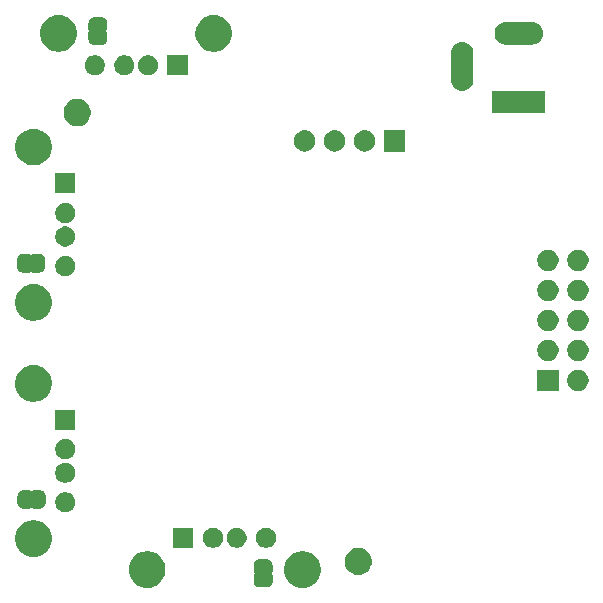
<source format=gbr>
G04 #@! TF.GenerationSoftware,KiCad,Pcbnew,5.1.5+dfsg1-2build2*
G04 #@! TF.CreationDate,2021-06-26T08:25:30+02:00*
G04 #@! TF.ProjectId,usb_switch,7573625f-7377-4697-9463-682e6b696361,rev?*
G04 #@! TF.SameCoordinates,Original*
G04 #@! TF.FileFunction,Soldermask,Bot*
G04 #@! TF.FilePolarity,Negative*
%FSLAX46Y46*%
G04 Gerber Fmt 4.6, Leading zero omitted, Abs format (unit mm)*
G04 Created by KiCad (PCBNEW 5.1.5+dfsg1-2build2) date 2021-06-26 08:25:30*
%MOMM*%
%LPD*%
G04 APERTURE LIST*
%ADD10C,0.100000*%
G04 APERTURE END LIST*
D10*
G36*
X140372585Y-136188802D02*
G01*
X140522410Y-136218604D01*
X140804674Y-136335521D01*
X141058705Y-136505259D01*
X141274741Y-136721295D01*
X141444479Y-136975326D01*
X141561396Y-137257590D01*
X141576940Y-137335734D01*
X141621000Y-137557239D01*
X141621000Y-137862761D01*
X141609474Y-137920705D01*
X141561396Y-138162410D01*
X141444479Y-138444674D01*
X141274741Y-138698705D01*
X141058705Y-138914741D01*
X140804674Y-139084479D01*
X140522410Y-139201396D01*
X140372585Y-139231198D01*
X140222761Y-139261000D01*
X139917239Y-139261000D01*
X139767415Y-139231198D01*
X139617590Y-139201396D01*
X139335326Y-139084479D01*
X139081295Y-138914741D01*
X138865259Y-138698705D01*
X138695521Y-138444674D01*
X138578604Y-138162410D01*
X138530526Y-137920705D01*
X138519000Y-137862761D01*
X138519000Y-137557239D01*
X138563060Y-137335734D01*
X138578604Y-137257590D01*
X138695521Y-136975326D01*
X138865259Y-136721295D01*
X139081295Y-136505259D01*
X139335326Y-136335521D01*
X139617590Y-136218604D01*
X139767415Y-136188802D01*
X139917239Y-136159000D01*
X140222761Y-136159000D01*
X140372585Y-136188802D01*
G37*
G36*
X127232585Y-136188802D02*
G01*
X127382410Y-136218604D01*
X127664674Y-136335521D01*
X127918705Y-136505259D01*
X128134741Y-136721295D01*
X128304479Y-136975326D01*
X128421396Y-137257590D01*
X128436940Y-137335734D01*
X128481000Y-137557239D01*
X128481000Y-137862761D01*
X128469474Y-137920705D01*
X128421396Y-138162410D01*
X128304479Y-138444674D01*
X128134741Y-138698705D01*
X127918705Y-138914741D01*
X127664674Y-139084479D01*
X127382410Y-139201396D01*
X127232585Y-139231198D01*
X127082761Y-139261000D01*
X126777239Y-139261000D01*
X126627415Y-139231198D01*
X126477590Y-139201396D01*
X126195326Y-139084479D01*
X125941295Y-138914741D01*
X125725259Y-138698705D01*
X125555521Y-138444674D01*
X125438604Y-138162410D01*
X125390526Y-137920705D01*
X125379000Y-137862761D01*
X125379000Y-137557239D01*
X125423060Y-137335734D01*
X125438604Y-137257590D01*
X125555521Y-136975326D01*
X125725259Y-136721295D01*
X125941295Y-136505259D01*
X126195326Y-136335521D01*
X126477590Y-136218604D01*
X126627415Y-136188802D01*
X126777239Y-136159000D01*
X127082761Y-136159000D01*
X127232585Y-136188802D01*
G37*
G36*
X137012199Y-136799954D02*
G01*
X137024450Y-136800556D01*
X137042869Y-136800556D01*
X137065149Y-136802750D01*
X137149233Y-136819476D01*
X137170660Y-136825976D01*
X137249858Y-136858780D01*
X137255303Y-136861691D01*
X137255309Y-136861693D01*
X137264169Y-136866429D01*
X137264173Y-136866432D01*
X137269614Y-136869340D01*
X137340899Y-136916971D01*
X137358204Y-136931172D01*
X137418828Y-136991796D01*
X137433029Y-137009101D01*
X137480660Y-137080386D01*
X137483568Y-137085827D01*
X137483571Y-137085831D01*
X137488307Y-137094691D01*
X137488309Y-137094697D01*
X137491220Y-137100142D01*
X137524024Y-137179340D01*
X137530524Y-137200767D01*
X137547250Y-137284851D01*
X137549444Y-137307131D01*
X137549444Y-137325550D01*
X137550046Y-137337801D01*
X137551852Y-137356139D01*
X137551852Y-137843860D01*
X137550263Y-137859999D01*
X137547348Y-137869608D01*
X137542610Y-137878472D01*
X137536237Y-137886237D01*
X137523794Y-137896448D01*
X137513425Y-137903378D01*
X137496098Y-137920705D01*
X137482485Y-137941080D01*
X137473109Y-137963720D01*
X137468329Y-137987753D01*
X137468330Y-138012257D01*
X137473112Y-138036290D01*
X137482490Y-138058929D01*
X137496105Y-138079302D01*
X137513432Y-138096629D01*
X137523802Y-138103558D01*
X137536237Y-138113763D01*
X137542610Y-138121528D01*
X137547348Y-138130392D01*
X137550263Y-138140001D01*
X137551852Y-138156140D01*
X137551852Y-138643862D01*
X137550046Y-138662199D01*
X137549444Y-138674450D01*
X137549444Y-138692869D01*
X137547250Y-138715149D01*
X137530524Y-138799233D01*
X137524024Y-138820660D01*
X137491220Y-138899858D01*
X137488309Y-138905303D01*
X137488307Y-138905309D01*
X137483571Y-138914169D01*
X137483568Y-138914173D01*
X137480660Y-138919614D01*
X137433029Y-138990899D01*
X137418828Y-139008204D01*
X137358204Y-139068828D01*
X137340899Y-139083029D01*
X137269614Y-139130660D01*
X137264173Y-139133568D01*
X137264169Y-139133571D01*
X137255309Y-139138307D01*
X137255303Y-139138309D01*
X137249858Y-139141220D01*
X137170660Y-139174024D01*
X137149233Y-139180524D01*
X137065149Y-139197250D01*
X137042869Y-139199444D01*
X137024450Y-139199444D01*
X137012199Y-139200046D01*
X136993862Y-139201852D01*
X136506138Y-139201852D01*
X136487801Y-139200046D01*
X136475550Y-139199444D01*
X136457131Y-139199444D01*
X136434851Y-139197250D01*
X136350767Y-139180524D01*
X136329340Y-139174024D01*
X136250142Y-139141220D01*
X136244697Y-139138309D01*
X136244691Y-139138307D01*
X136235831Y-139133571D01*
X136235827Y-139133568D01*
X136230386Y-139130660D01*
X136159101Y-139083029D01*
X136141796Y-139068828D01*
X136081172Y-139008204D01*
X136066971Y-138990899D01*
X136019340Y-138919614D01*
X136016432Y-138914173D01*
X136016429Y-138914169D01*
X136011693Y-138905309D01*
X136011691Y-138905303D01*
X136008780Y-138899858D01*
X135975976Y-138820660D01*
X135969476Y-138799233D01*
X135952750Y-138715149D01*
X135950556Y-138692869D01*
X135950556Y-138674450D01*
X135949954Y-138662199D01*
X135948148Y-138643862D01*
X135948148Y-138156140D01*
X135949737Y-138140001D01*
X135952652Y-138130392D01*
X135957390Y-138121528D01*
X135963763Y-138113763D01*
X135976206Y-138103552D01*
X135986575Y-138096622D01*
X136003902Y-138079295D01*
X136017515Y-138058920D01*
X136026891Y-138036280D01*
X136031671Y-138012247D01*
X136031670Y-137987743D01*
X136026888Y-137963710D01*
X136017510Y-137941071D01*
X136003895Y-137920698D01*
X135986568Y-137903371D01*
X135976198Y-137896442D01*
X135963763Y-137886237D01*
X135957390Y-137878472D01*
X135952652Y-137869608D01*
X135949737Y-137859999D01*
X135948148Y-137843860D01*
X135948148Y-137356139D01*
X135949954Y-137337801D01*
X135950556Y-137325550D01*
X135950556Y-137307131D01*
X135952750Y-137284851D01*
X135969476Y-137200767D01*
X135975976Y-137179340D01*
X136008780Y-137100142D01*
X136011691Y-137094697D01*
X136011693Y-137094691D01*
X136016429Y-137085831D01*
X136016432Y-137085827D01*
X136019340Y-137080386D01*
X136066971Y-137009101D01*
X136081172Y-136991796D01*
X136141796Y-136931172D01*
X136159101Y-136916971D01*
X136230386Y-136869340D01*
X136235827Y-136866432D01*
X136235831Y-136866429D01*
X136244691Y-136861693D01*
X136244697Y-136861691D01*
X136250142Y-136858780D01*
X136329340Y-136825976D01*
X136350767Y-136819476D01*
X136434851Y-136802750D01*
X136457131Y-136800556D01*
X136475550Y-136800556D01*
X136487801Y-136799954D01*
X136506139Y-136798148D01*
X136993861Y-136798148D01*
X137012199Y-136799954D01*
G37*
G36*
X145024549Y-135871116D02*
G01*
X145135734Y-135893232D01*
X145345203Y-135979997D01*
X145533720Y-136105960D01*
X145694040Y-136266280D01*
X145820003Y-136454797D01*
X145820004Y-136454799D01*
X145845416Y-136516150D01*
X145888847Y-136621000D01*
X145906768Y-136664267D01*
X145951000Y-136886635D01*
X145951000Y-137113365D01*
X145933615Y-137200767D01*
X145906768Y-137335734D01*
X145820003Y-137545203D01*
X145694040Y-137733720D01*
X145533720Y-137894040D01*
X145345203Y-138020003D01*
X145135734Y-138106768D01*
X145061530Y-138121528D01*
X144913365Y-138151000D01*
X144686635Y-138151000D01*
X144538470Y-138121528D01*
X144464266Y-138106768D01*
X144254797Y-138020003D01*
X144066280Y-137894040D01*
X143905960Y-137733720D01*
X143779997Y-137545203D01*
X143693232Y-137335734D01*
X143666385Y-137200767D01*
X143649000Y-137113365D01*
X143649000Y-136886635D01*
X143693232Y-136664267D01*
X143711154Y-136621000D01*
X143754584Y-136516150D01*
X143779996Y-136454799D01*
X143779997Y-136454797D01*
X143905960Y-136266280D01*
X144066280Y-136105960D01*
X144254797Y-135979997D01*
X144464266Y-135893232D01*
X144575451Y-135871116D01*
X144686635Y-135849000D01*
X144913365Y-135849000D01*
X145024549Y-135871116D01*
G37*
G36*
X117592585Y-133548802D02*
G01*
X117742410Y-133578604D01*
X118024674Y-133695521D01*
X118278705Y-133865259D01*
X118494741Y-134081295D01*
X118664479Y-134335326D01*
X118781396Y-134617590D01*
X118841000Y-134917240D01*
X118841000Y-135222760D01*
X118781396Y-135522410D01*
X118664479Y-135804674D01*
X118494741Y-136058705D01*
X118278705Y-136274741D01*
X118024674Y-136444479D01*
X117742410Y-136561396D01*
X117592585Y-136591198D01*
X117442761Y-136621000D01*
X117137239Y-136621000D01*
X116987415Y-136591198D01*
X116837590Y-136561396D01*
X116555326Y-136444479D01*
X116301295Y-136274741D01*
X116085259Y-136058705D01*
X115915521Y-135804674D01*
X115798604Y-135522410D01*
X115739000Y-135222760D01*
X115739000Y-134917240D01*
X115798604Y-134617590D01*
X115915521Y-134335326D01*
X116085259Y-134081295D01*
X116301295Y-133865259D01*
X116555326Y-133695521D01*
X116837590Y-133578604D01*
X116987415Y-133548802D01*
X117137239Y-133519000D01*
X117442761Y-133519000D01*
X117592585Y-133548802D01*
G37*
G36*
X130851000Y-135851000D02*
G01*
X129149000Y-135851000D01*
X129149000Y-134149000D01*
X130851000Y-134149000D01*
X130851000Y-135851000D01*
G37*
G36*
X137248228Y-134181703D02*
G01*
X137403100Y-134245853D01*
X137542481Y-134338985D01*
X137661015Y-134457519D01*
X137754147Y-134596900D01*
X137818297Y-134751772D01*
X137851000Y-134916184D01*
X137851000Y-135083816D01*
X137818297Y-135248228D01*
X137754147Y-135403100D01*
X137661015Y-135542481D01*
X137542481Y-135661015D01*
X137403100Y-135754147D01*
X137248228Y-135818297D01*
X137083816Y-135851000D01*
X136916184Y-135851000D01*
X136751772Y-135818297D01*
X136596900Y-135754147D01*
X136457519Y-135661015D01*
X136338985Y-135542481D01*
X136245853Y-135403100D01*
X136181703Y-135248228D01*
X136149000Y-135083816D01*
X136149000Y-134916184D01*
X136181703Y-134751772D01*
X136245853Y-134596900D01*
X136338985Y-134457519D01*
X136457519Y-134338985D01*
X136596900Y-134245853D01*
X136751772Y-134181703D01*
X136916184Y-134149000D01*
X137083816Y-134149000D01*
X137248228Y-134181703D01*
G37*
G36*
X132748228Y-134181703D02*
G01*
X132903100Y-134245853D01*
X133042481Y-134338985D01*
X133161015Y-134457519D01*
X133254147Y-134596900D01*
X133318297Y-134751772D01*
X133351000Y-134916184D01*
X133351000Y-135083816D01*
X133318297Y-135248228D01*
X133254147Y-135403100D01*
X133161015Y-135542481D01*
X133042481Y-135661015D01*
X132903100Y-135754147D01*
X132748228Y-135818297D01*
X132583816Y-135851000D01*
X132416184Y-135851000D01*
X132251772Y-135818297D01*
X132096900Y-135754147D01*
X131957519Y-135661015D01*
X131838985Y-135542481D01*
X131745853Y-135403100D01*
X131681703Y-135248228D01*
X131649000Y-135083816D01*
X131649000Y-134916184D01*
X131681703Y-134751772D01*
X131745853Y-134596900D01*
X131838985Y-134457519D01*
X131957519Y-134338985D01*
X132096900Y-134245853D01*
X132251772Y-134181703D01*
X132416184Y-134149000D01*
X132583816Y-134149000D01*
X132748228Y-134181703D01*
G37*
G36*
X134748228Y-134181703D02*
G01*
X134903100Y-134245853D01*
X135042481Y-134338985D01*
X135161015Y-134457519D01*
X135254147Y-134596900D01*
X135318297Y-134751772D01*
X135351000Y-134916184D01*
X135351000Y-135083816D01*
X135318297Y-135248228D01*
X135254147Y-135403100D01*
X135161015Y-135542481D01*
X135042481Y-135661015D01*
X134903100Y-135754147D01*
X134748228Y-135818297D01*
X134583816Y-135851000D01*
X134416184Y-135851000D01*
X134251772Y-135818297D01*
X134096900Y-135754147D01*
X133957519Y-135661015D01*
X133838985Y-135542481D01*
X133745853Y-135403100D01*
X133681703Y-135248228D01*
X133649000Y-135083816D01*
X133649000Y-134916184D01*
X133681703Y-134751772D01*
X133745853Y-134596900D01*
X133838985Y-134457519D01*
X133957519Y-134338985D01*
X134096900Y-134245853D01*
X134251772Y-134181703D01*
X134416184Y-134149000D01*
X134583816Y-134149000D01*
X134748228Y-134181703D01*
G37*
G36*
X120248228Y-131181703D02*
G01*
X120403100Y-131245853D01*
X120542481Y-131338985D01*
X120661015Y-131457519D01*
X120754147Y-131596900D01*
X120818297Y-131751772D01*
X120851000Y-131916184D01*
X120851000Y-132083816D01*
X120818297Y-132248228D01*
X120754147Y-132403100D01*
X120661015Y-132542481D01*
X120542481Y-132661015D01*
X120403100Y-132754147D01*
X120248228Y-132818297D01*
X120083816Y-132851000D01*
X119916184Y-132851000D01*
X119751772Y-132818297D01*
X119596900Y-132754147D01*
X119457519Y-132661015D01*
X119338985Y-132542481D01*
X119245853Y-132403100D01*
X119181703Y-132248228D01*
X119149000Y-132083816D01*
X119149000Y-131916184D01*
X119181703Y-131751772D01*
X119245853Y-131596900D01*
X119338985Y-131457519D01*
X119457519Y-131338985D01*
X119596900Y-131245853D01*
X119751772Y-131181703D01*
X119916184Y-131149000D01*
X120083816Y-131149000D01*
X120248228Y-131181703D01*
G37*
G36*
X117009999Y-130949737D02*
G01*
X117019608Y-130952652D01*
X117028472Y-130957390D01*
X117036237Y-130963763D01*
X117046448Y-130976206D01*
X117053378Y-130986575D01*
X117070705Y-131003902D01*
X117091080Y-131017515D01*
X117113720Y-131026891D01*
X117137753Y-131031671D01*
X117162257Y-131031670D01*
X117186290Y-131026888D01*
X117208929Y-131017510D01*
X117229302Y-131003895D01*
X117246629Y-130986568D01*
X117253558Y-130976198D01*
X117263763Y-130963763D01*
X117271528Y-130957390D01*
X117280392Y-130952652D01*
X117290001Y-130949737D01*
X117306140Y-130948148D01*
X117793861Y-130948148D01*
X117812199Y-130949954D01*
X117824450Y-130950556D01*
X117842869Y-130950556D01*
X117865149Y-130952750D01*
X117949233Y-130969476D01*
X117970660Y-130975976D01*
X118049858Y-131008780D01*
X118055303Y-131011691D01*
X118055309Y-131011693D01*
X118064169Y-131016429D01*
X118064173Y-131016432D01*
X118069614Y-131019340D01*
X118140899Y-131066971D01*
X118158204Y-131081172D01*
X118218828Y-131141796D01*
X118233029Y-131159101D01*
X118280660Y-131230386D01*
X118283568Y-131235827D01*
X118283571Y-131235831D01*
X118288307Y-131244691D01*
X118288309Y-131244697D01*
X118291220Y-131250142D01*
X118324024Y-131329340D01*
X118330524Y-131350767D01*
X118347250Y-131434851D01*
X118349444Y-131457131D01*
X118349444Y-131475550D01*
X118350046Y-131487801D01*
X118351852Y-131506139D01*
X118351852Y-131993862D01*
X118350046Y-132012199D01*
X118349444Y-132024450D01*
X118349444Y-132042869D01*
X118347250Y-132065149D01*
X118330524Y-132149233D01*
X118324024Y-132170660D01*
X118291220Y-132249858D01*
X118288309Y-132255303D01*
X118288307Y-132255309D01*
X118283571Y-132264169D01*
X118283568Y-132264173D01*
X118280660Y-132269614D01*
X118233029Y-132340899D01*
X118218828Y-132358204D01*
X118158204Y-132418828D01*
X118140899Y-132433029D01*
X118069614Y-132480660D01*
X118064173Y-132483568D01*
X118064169Y-132483571D01*
X118055309Y-132488307D01*
X118055303Y-132488309D01*
X118049858Y-132491220D01*
X117970660Y-132524024D01*
X117949233Y-132530524D01*
X117865149Y-132547250D01*
X117842869Y-132549444D01*
X117824450Y-132549444D01*
X117812199Y-132550046D01*
X117793862Y-132551852D01*
X117306140Y-132551852D01*
X117290001Y-132550263D01*
X117280392Y-132547348D01*
X117271528Y-132542610D01*
X117263763Y-132536237D01*
X117253552Y-132523794D01*
X117246622Y-132513425D01*
X117229295Y-132496098D01*
X117208920Y-132482485D01*
X117186280Y-132473109D01*
X117162247Y-132468329D01*
X117137743Y-132468330D01*
X117113710Y-132473112D01*
X117091071Y-132482490D01*
X117070698Y-132496105D01*
X117053371Y-132513432D01*
X117046442Y-132523802D01*
X117036237Y-132536237D01*
X117028472Y-132542610D01*
X117019608Y-132547348D01*
X117009999Y-132550263D01*
X116993860Y-132551852D01*
X116506138Y-132551852D01*
X116487801Y-132550046D01*
X116475550Y-132549444D01*
X116457131Y-132549444D01*
X116434851Y-132547250D01*
X116350767Y-132530524D01*
X116329340Y-132524024D01*
X116250142Y-132491220D01*
X116244697Y-132488309D01*
X116244691Y-132488307D01*
X116235831Y-132483571D01*
X116235827Y-132483568D01*
X116230386Y-132480660D01*
X116159101Y-132433029D01*
X116141796Y-132418828D01*
X116081172Y-132358204D01*
X116066971Y-132340899D01*
X116019340Y-132269614D01*
X116016432Y-132264173D01*
X116016429Y-132264169D01*
X116011693Y-132255309D01*
X116011691Y-132255303D01*
X116008780Y-132249858D01*
X115975976Y-132170660D01*
X115969476Y-132149233D01*
X115952750Y-132065149D01*
X115950556Y-132042869D01*
X115950556Y-132024450D01*
X115949954Y-132012199D01*
X115948148Y-131993862D01*
X115948148Y-131506139D01*
X115949954Y-131487801D01*
X115950556Y-131475550D01*
X115950556Y-131457131D01*
X115952750Y-131434851D01*
X115969476Y-131350767D01*
X115975976Y-131329340D01*
X116008780Y-131250142D01*
X116011691Y-131244697D01*
X116011693Y-131244691D01*
X116016429Y-131235831D01*
X116016432Y-131235827D01*
X116019340Y-131230386D01*
X116066971Y-131159101D01*
X116081172Y-131141796D01*
X116141796Y-131081172D01*
X116159101Y-131066971D01*
X116230386Y-131019340D01*
X116235827Y-131016432D01*
X116235831Y-131016429D01*
X116244691Y-131011693D01*
X116244697Y-131011691D01*
X116250142Y-131008780D01*
X116329340Y-130975976D01*
X116350767Y-130969476D01*
X116434851Y-130952750D01*
X116457131Y-130950556D01*
X116475550Y-130950556D01*
X116487801Y-130949954D01*
X116506139Y-130948148D01*
X116993860Y-130948148D01*
X117009999Y-130949737D01*
G37*
G36*
X120248228Y-128681703D02*
G01*
X120403100Y-128745853D01*
X120542481Y-128838985D01*
X120661015Y-128957519D01*
X120754147Y-129096900D01*
X120818297Y-129251772D01*
X120851000Y-129416184D01*
X120851000Y-129583816D01*
X120818297Y-129748228D01*
X120754147Y-129903100D01*
X120661015Y-130042481D01*
X120542481Y-130161015D01*
X120403100Y-130254147D01*
X120248228Y-130318297D01*
X120083816Y-130351000D01*
X119916184Y-130351000D01*
X119751772Y-130318297D01*
X119596900Y-130254147D01*
X119457519Y-130161015D01*
X119338985Y-130042481D01*
X119245853Y-129903100D01*
X119181703Y-129748228D01*
X119149000Y-129583816D01*
X119149000Y-129416184D01*
X119181703Y-129251772D01*
X119245853Y-129096900D01*
X119338985Y-128957519D01*
X119457519Y-128838985D01*
X119596900Y-128745853D01*
X119751772Y-128681703D01*
X119916184Y-128649000D01*
X120083816Y-128649000D01*
X120248228Y-128681703D01*
G37*
G36*
X120248228Y-126681703D02*
G01*
X120403100Y-126745853D01*
X120542481Y-126838985D01*
X120661015Y-126957519D01*
X120754147Y-127096900D01*
X120818297Y-127251772D01*
X120851000Y-127416184D01*
X120851000Y-127583816D01*
X120818297Y-127748228D01*
X120754147Y-127903100D01*
X120661015Y-128042481D01*
X120542481Y-128161015D01*
X120403100Y-128254147D01*
X120248228Y-128318297D01*
X120083816Y-128351000D01*
X119916184Y-128351000D01*
X119751772Y-128318297D01*
X119596900Y-128254147D01*
X119457519Y-128161015D01*
X119338985Y-128042481D01*
X119245853Y-127903100D01*
X119181703Y-127748228D01*
X119149000Y-127583816D01*
X119149000Y-127416184D01*
X119181703Y-127251772D01*
X119245853Y-127096900D01*
X119338985Y-126957519D01*
X119457519Y-126838985D01*
X119596900Y-126745853D01*
X119751772Y-126681703D01*
X119916184Y-126649000D01*
X120083816Y-126649000D01*
X120248228Y-126681703D01*
G37*
G36*
X120851000Y-125851000D02*
G01*
X119149000Y-125851000D01*
X119149000Y-124149000D01*
X120851000Y-124149000D01*
X120851000Y-125851000D01*
G37*
G36*
X117592585Y-120408802D02*
G01*
X117742410Y-120438604D01*
X118024674Y-120555521D01*
X118278705Y-120725259D01*
X118494741Y-120941295D01*
X118664479Y-121195326D01*
X118756377Y-121417189D01*
X118781396Y-121477591D01*
X118841000Y-121777239D01*
X118841000Y-122082761D01*
X118811198Y-122232585D01*
X118781396Y-122382410D01*
X118664479Y-122664674D01*
X118494741Y-122918705D01*
X118278705Y-123134741D01*
X118024674Y-123304479D01*
X117742410Y-123421396D01*
X117592585Y-123451198D01*
X117442761Y-123481000D01*
X117137239Y-123481000D01*
X116987415Y-123451198D01*
X116837590Y-123421396D01*
X116555326Y-123304479D01*
X116301295Y-123134741D01*
X116085259Y-122918705D01*
X115915521Y-122664674D01*
X115798604Y-122382410D01*
X115768802Y-122232585D01*
X115739000Y-122082761D01*
X115739000Y-121777239D01*
X115798604Y-121477591D01*
X115823623Y-121417189D01*
X115915521Y-121195326D01*
X116085259Y-120941295D01*
X116301295Y-120725259D01*
X116555326Y-120555521D01*
X116837590Y-120438604D01*
X116987415Y-120408802D01*
X117137239Y-120379000D01*
X117442761Y-120379000D01*
X117592585Y-120408802D01*
G37*
G36*
X161761000Y-122581000D02*
G01*
X159959000Y-122581000D01*
X159959000Y-120779000D01*
X161761000Y-120779000D01*
X161761000Y-122581000D01*
G37*
G36*
X163513512Y-120783927D02*
G01*
X163662812Y-120813624D01*
X163826784Y-120881544D01*
X163974354Y-120980147D01*
X164099853Y-121105646D01*
X164198456Y-121253216D01*
X164266376Y-121417188D01*
X164296073Y-121566488D01*
X164301000Y-121591258D01*
X164301000Y-121768742D01*
X164296073Y-121793512D01*
X164266376Y-121942812D01*
X164198456Y-122106784D01*
X164099853Y-122254354D01*
X163974354Y-122379853D01*
X163826784Y-122478456D01*
X163662812Y-122546376D01*
X163513512Y-122576073D01*
X163488742Y-122581000D01*
X163311258Y-122581000D01*
X163286488Y-122576073D01*
X163137188Y-122546376D01*
X162973216Y-122478456D01*
X162825646Y-122379853D01*
X162700147Y-122254354D01*
X162601544Y-122106784D01*
X162533624Y-121942812D01*
X162503927Y-121793512D01*
X162499000Y-121768742D01*
X162499000Y-121591258D01*
X162503927Y-121566488D01*
X162533624Y-121417188D01*
X162601544Y-121253216D01*
X162700147Y-121105646D01*
X162825646Y-120980147D01*
X162973216Y-120881544D01*
X163137188Y-120813624D01*
X163286488Y-120783927D01*
X163311258Y-120779000D01*
X163488742Y-120779000D01*
X163513512Y-120783927D01*
G37*
G36*
X163513512Y-118243927D02*
G01*
X163662812Y-118273624D01*
X163826784Y-118341544D01*
X163974354Y-118440147D01*
X164099853Y-118565646D01*
X164198456Y-118713216D01*
X164266376Y-118877188D01*
X164301000Y-119051259D01*
X164301000Y-119228741D01*
X164266376Y-119402812D01*
X164198456Y-119566784D01*
X164099853Y-119714354D01*
X163974354Y-119839853D01*
X163826784Y-119938456D01*
X163662812Y-120006376D01*
X163513512Y-120036073D01*
X163488742Y-120041000D01*
X163311258Y-120041000D01*
X163286488Y-120036073D01*
X163137188Y-120006376D01*
X162973216Y-119938456D01*
X162825646Y-119839853D01*
X162700147Y-119714354D01*
X162601544Y-119566784D01*
X162533624Y-119402812D01*
X162499000Y-119228741D01*
X162499000Y-119051259D01*
X162533624Y-118877188D01*
X162601544Y-118713216D01*
X162700147Y-118565646D01*
X162825646Y-118440147D01*
X162973216Y-118341544D01*
X163137188Y-118273624D01*
X163286488Y-118243927D01*
X163311258Y-118239000D01*
X163488742Y-118239000D01*
X163513512Y-118243927D01*
G37*
G36*
X160973512Y-118243927D02*
G01*
X161122812Y-118273624D01*
X161286784Y-118341544D01*
X161434354Y-118440147D01*
X161559853Y-118565646D01*
X161658456Y-118713216D01*
X161726376Y-118877188D01*
X161761000Y-119051259D01*
X161761000Y-119228741D01*
X161726376Y-119402812D01*
X161658456Y-119566784D01*
X161559853Y-119714354D01*
X161434354Y-119839853D01*
X161286784Y-119938456D01*
X161122812Y-120006376D01*
X160973512Y-120036073D01*
X160948742Y-120041000D01*
X160771258Y-120041000D01*
X160746488Y-120036073D01*
X160597188Y-120006376D01*
X160433216Y-119938456D01*
X160285646Y-119839853D01*
X160160147Y-119714354D01*
X160061544Y-119566784D01*
X159993624Y-119402812D01*
X159959000Y-119228741D01*
X159959000Y-119051259D01*
X159993624Y-118877188D01*
X160061544Y-118713216D01*
X160160147Y-118565646D01*
X160285646Y-118440147D01*
X160433216Y-118341544D01*
X160597188Y-118273624D01*
X160746488Y-118243927D01*
X160771258Y-118239000D01*
X160948742Y-118239000D01*
X160973512Y-118243927D01*
G37*
G36*
X163513512Y-115703927D02*
G01*
X163662812Y-115733624D01*
X163826784Y-115801544D01*
X163974354Y-115900147D01*
X164099853Y-116025646D01*
X164198456Y-116173216D01*
X164266376Y-116337188D01*
X164301000Y-116511259D01*
X164301000Y-116688741D01*
X164266376Y-116862812D01*
X164198456Y-117026784D01*
X164099853Y-117174354D01*
X163974354Y-117299853D01*
X163826784Y-117398456D01*
X163662812Y-117466376D01*
X163513512Y-117496073D01*
X163488742Y-117501000D01*
X163311258Y-117501000D01*
X163286488Y-117496073D01*
X163137188Y-117466376D01*
X162973216Y-117398456D01*
X162825646Y-117299853D01*
X162700147Y-117174354D01*
X162601544Y-117026784D01*
X162533624Y-116862812D01*
X162499000Y-116688741D01*
X162499000Y-116511259D01*
X162533624Y-116337188D01*
X162601544Y-116173216D01*
X162700147Y-116025646D01*
X162825646Y-115900147D01*
X162973216Y-115801544D01*
X163137188Y-115733624D01*
X163286488Y-115703927D01*
X163311258Y-115699000D01*
X163488742Y-115699000D01*
X163513512Y-115703927D01*
G37*
G36*
X160973512Y-115703927D02*
G01*
X161122812Y-115733624D01*
X161286784Y-115801544D01*
X161434354Y-115900147D01*
X161559853Y-116025646D01*
X161658456Y-116173216D01*
X161726376Y-116337188D01*
X161761000Y-116511259D01*
X161761000Y-116688741D01*
X161726376Y-116862812D01*
X161658456Y-117026784D01*
X161559853Y-117174354D01*
X161434354Y-117299853D01*
X161286784Y-117398456D01*
X161122812Y-117466376D01*
X160973512Y-117496073D01*
X160948742Y-117501000D01*
X160771258Y-117501000D01*
X160746488Y-117496073D01*
X160597188Y-117466376D01*
X160433216Y-117398456D01*
X160285646Y-117299853D01*
X160160147Y-117174354D01*
X160061544Y-117026784D01*
X159993624Y-116862812D01*
X159959000Y-116688741D01*
X159959000Y-116511259D01*
X159993624Y-116337188D01*
X160061544Y-116173216D01*
X160160147Y-116025646D01*
X160285646Y-115900147D01*
X160433216Y-115801544D01*
X160597188Y-115733624D01*
X160746488Y-115703927D01*
X160771258Y-115699000D01*
X160948742Y-115699000D01*
X160973512Y-115703927D01*
G37*
G36*
X117592585Y-113548802D02*
G01*
X117742410Y-113578604D01*
X118024674Y-113695521D01*
X118278705Y-113865259D01*
X118494741Y-114081295D01*
X118664479Y-114335326D01*
X118781396Y-114617590D01*
X118841000Y-114917240D01*
X118841000Y-115222760D01*
X118781396Y-115522410D01*
X118664479Y-115804674D01*
X118494741Y-116058705D01*
X118278705Y-116274741D01*
X118024674Y-116444479D01*
X117742410Y-116561396D01*
X117592585Y-116591198D01*
X117442761Y-116621000D01*
X117137239Y-116621000D01*
X116987415Y-116591198D01*
X116837590Y-116561396D01*
X116555326Y-116444479D01*
X116301295Y-116274741D01*
X116085259Y-116058705D01*
X115915521Y-115804674D01*
X115798604Y-115522410D01*
X115739000Y-115222760D01*
X115739000Y-114917240D01*
X115798604Y-114617590D01*
X115915521Y-114335326D01*
X116085259Y-114081295D01*
X116301295Y-113865259D01*
X116555326Y-113695521D01*
X116837590Y-113578604D01*
X116987415Y-113548802D01*
X117137239Y-113519000D01*
X117442761Y-113519000D01*
X117592585Y-113548802D01*
G37*
G36*
X163513512Y-113163927D02*
G01*
X163662812Y-113193624D01*
X163826784Y-113261544D01*
X163974354Y-113360147D01*
X164099853Y-113485646D01*
X164198456Y-113633216D01*
X164266376Y-113797188D01*
X164301000Y-113971259D01*
X164301000Y-114148741D01*
X164266376Y-114322812D01*
X164198456Y-114486784D01*
X164099853Y-114634354D01*
X163974354Y-114759853D01*
X163826784Y-114858456D01*
X163662812Y-114926376D01*
X163513512Y-114956073D01*
X163488742Y-114961000D01*
X163311258Y-114961000D01*
X163286488Y-114956073D01*
X163137188Y-114926376D01*
X162973216Y-114858456D01*
X162825646Y-114759853D01*
X162700147Y-114634354D01*
X162601544Y-114486784D01*
X162533624Y-114322812D01*
X162499000Y-114148741D01*
X162499000Y-113971259D01*
X162533624Y-113797188D01*
X162601544Y-113633216D01*
X162700147Y-113485646D01*
X162825646Y-113360147D01*
X162973216Y-113261544D01*
X163137188Y-113193624D01*
X163286488Y-113163927D01*
X163311258Y-113159000D01*
X163488742Y-113159000D01*
X163513512Y-113163927D01*
G37*
G36*
X160973512Y-113163927D02*
G01*
X161122812Y-113193624D01*
X161286784Y-113261544D01*
X161434354Y-113360147D01*
X161559853Y-113485646D01*
X161658456Y-113633216D01*
X161726376Y-113797188D01*
X161761000Y-113971259D01*
X161761000Y-114148741D01*
X161726376Y-114322812D01*
X161658456Y-114486784D01*
X161559853Y-114634354D01*
X161434354Y-114759853D01*
X161286784Y-114858456D01*
X161122812Y-114926376D01*
X160973512Y-114956073D01*
X160948742Y-114961000D01*
X160771258Y-114961000D01*
X160746488Y-114956073D01*
X160597188Y-114926376D01*
X160433216Y-114858456D01*
X160285646Y-114759853D01*
X160160147Y-114634354D01*
X160061544Y-114486784D01*
X159993624Y-114322812D01*
X159959000Y-114148741D01*
X159959000Y-113971259D01*
X159993624Y-113797188D01*
X160061544Y-113633216D01*
X160160147Y-113485646D01*
X160285646Y-113360147D01*
X160433216Y-113261544D01*
X160597188Y-113193624D01*
X160746488Y-113163927D01*
X160771258Y-113159000D01*
X160948742Y-113159000D01*
X160973512Y-113163927D01*
G37*
G36*
X120248228Y-111181703D02*
G01*
X120403100Y-111245853D01*
X120542481Y-111338985D01*
X120661015Y-111457519D01*
X120754147Y-111596900D01*
X120818297Y-111751772D01*
X120851000Y-111916184D01*
X120851000Y-112083816D01*
X120818297Y-112248228D01*
X120754147Y-112403100D01*
X120661015Y-112542481D01*
X120542481Y-112661015D01*
X120403100Y-112754147D01*
X120248228Y-112818297D01*
X120083816Y-112851000D01*
X119916184Y-112851000D01*
X119751772Y-112818297D01*
X119596900Y-112754147D01*
X119457519Y-112661015D01*
X119338985Y-112542481D01*
X119245853Y-112403100D01*
X119181703Y-112248228D01*
X119149000Y-112083816D01*
X119149000Y-111916184D01*
X119181703Y-111751772D01*
X119245853Y-111596900D01*
X119338985Y-111457519D01*
X119457519Y-111338985D01*
X119596900Y-111245853D01*
X119751772Y-111181703D01*
X119916184Y-111149000D01*
X120083816Y-111149000D01*
X120248228Y-111181703D01*
G37*
G36*
X116959999Y-110949737D02*
G01*
X116969608Y-110952652D01*
X116978472Y-110957390D01*
X116986237Y-110963763D01*
X116996448Y-110976206D01*
X117003378Y-110986575D01*
X117020705Y-111003902D01*
X117041080Y-111017515D01*
X117063720Y-111026891D01*
X117087753Y-111031671D01*
X117112257Y-111031670D01*
X117136290Y-111026888D01*
X117158929Y-111017510D01*
X117179302Y-111003895D01*
X117196629Y-110986568D01*
X117203558Y-110976198D01*
X117213763Y-110963763D01*
X117221528Y-110957390D01*
X117230392Y-110952652D01*
X117240001Y-110949737D01*
X117256140Y-110948148D01*
X117743861Y-110948148D01*
X117762199Y-110949954D01*
X117774450Y-110950556D01*
X117792869Y-110950556D01*
X117815149Y-110952750D01*
X117899233Y-110969476D01*
X117920660Y-110975976D01*
X117999858Y-111008780D01*
X118005303Y-111011691D01*
X118005309Y-111011693D01*
X118014169Y-111016429D01*
X118014173Y-111016432D01*
X118019614Y-111019340D01*
X118090899Y-111066971D01*
X118108204Y-111081172D01*
X118168828Y-111141796D01*
X118183029Y-111159101D01*
X118230660Y-111230386D01*
X118233568Y-111235827D01*
X118233571Y-111235831D01*
X118238307Y-111244691D01*
X118238309Y-111244697D01*
X118241220Y-111250142D01*
X118274024Y-111329340D01*
X118280524Y-111350767D01*
X118297250Y-111434851D01*
X118299444Y-111457131D01*
X118299444Y-111475550D01*
X118300046Y-111487801D01*
X118301852Y-111506139D01*
X118301852Y-111993862D01*
X118300046Y-112012199D01*
X118299444Y-112024450D01*
X118299444Y-112042869D01*
X118297250Y-112065149D01*
X118280524Y-112149233D01*
X118274024Y-112170660D01*
X118241220Y-112249858D01*
X118238309Y-112255303D01*
X118238307Y-112255309D01*
X118233571Y-112264169D01*
X118233568Y-112264173D01*
X118230660Y-112269614D01*
X118183029Y-112340899D01*
X118168828Y-112358204D01*
X118108204Y-112418828D01*
X118090899Y-112433029D01*
X118019614Y-112480660D01*
X118014173Y-112483568D01*
X118014169Y-112483571D01*
X118005309Y-112488307D01*
X118005303Y-112488309D01*
X117999858Y-112491220D01*
X117920660Y-112524024D01*
X117899233Y-112530524D01*
X117815149Y-112547250D01*
X117792869Y-112549444D01*
X117774450Y-112549444D01*
X117762199Y-112550046D01*
X117743862Y-112551852D01*
X117256140Y-112551852D01*
X117240001Y-112550263D01*
X117230392Y-112547348D01*
X117221528Y-112542610D01*
X117213763Y-112536237D01*
X117203552Y-112523794D01*
X117196622Y-112513425D01*
X117179295Y-112496098D01*
X117158920Y-112482485D01*
X117136280Y-112473109D01*
X117112247Y-112468329D01*
X117087743Y-112468330D01*
X117063710Y-112473112D01*
X117041071Y-112482490D01*
X117020698Y-112496105D01*
X117003371Y-112513432D01*
X116996442Y-112523802D01*
X116986237Y-112536237D01*
X116978472Y-112542610D01*
X116969608Y-112547348D01*
X116959999Y-112550263D01*
X116943860Y-112551852D01*
X116456138Y-112551852D01*
X116437801Y-112550046D01*
X116425550Y-112549444D01*
X116407131Y-112549444D01*
X116384851Y-112547250D01*
X116300767Y-112530524D01*
X116279340Y-112524024D01*
X116200142Y-112491220D01*
X116194697Y-112488309D01*
X116194691Y-112488307D01*
X116185831Y-112483571D01*
X116185827Y-112483568D01*
X116180386Y-112480660D01*
X116109101Y-112433029D01*
X116091796Y-112418828D01*
X116031172Y-112358204D01*
X116016971Y-112340899D01*
X115969340Y-112269614D01*
X115966432Y-112264173D01*
X115966429Y-112264169D01*
X115961693Y-112255309D01*
X115961691Y-112255303D01*
X115958780Y-112249858D01*
X115925976Y-112170660D01*
X115919476Y-112149233D01*
X115902750Y-112065149D01*
X115900556Y-112042869D01*
X115900556Y-112024450D01*
X115899954Y-112012199D01*
X115898148Y-111993862D01*
X115898148Y-111506139D01*
X115899954Y-111487801D01*
X115900556Y-111475550D01*
X115900556Y-111457131D01*
X115902750Y-111434851D01*
X115919476Y-111350767D01*
X115925976Y-111329340D01*
X115958780Y-111250142D01*
X115961691Y-111244697D01*
X115961693Y-111244691D01*
X115966429Y-111235831D01*
X115966432Y-111235827D01*
X115969340Y-111230386D01*
X116016971Y-111159101D01*
X116031172Y-111141796D01*
X116091796Y-111081172D01*
X116109101Y-111066971D01*
X116180386Y-111019340D01*
X116185827Y-111016432D01*
X116185831Y-111016429D01*
X116194691Y-111011693D01*
X116194697Y-111011691D01*
X116200142Y-111008780D01*
X116279340Y-110975976D01*
X116300767Y-110969476D01*
X116384851Y-110952750D01*
X116407131Y-110950556D01*
X116425550Y-110950556D01*
X116437801Y-110949954D01*
X116456139Y-110948148D01*
X116943860Y-110948148D01*
X116959999Y-110949737D01*
G37*
G36*
X160973512Y-110623927D02*
G01*
X161122812Y-110653624D01*
X161286784Y-110721544D01*
X161434354Y-110820147D01*
X161559853Y-110945646D01*
X161658456Y-111093216D01*
X161726376Y-111257188D01*
X161761000Y-111431259D01*
X161761000Y-111608741D01*
X161726376Y-111782812D01*
X161658456Y-111946784D01*
X161559853Y-112094354D01*
X161434354Y-112219853D01*
X161286784Y-112318456D01*
X161122812Y-112386376D01*
X160973512Y-112416073D01*
X160948742Y-112421000D01*
X160771258Y-112421000D01*
X160746488Y-112416073D01*
X160597188Y-112386376D01*
X160433216Y-112318456D01*
X160285646Y-112219853D01*
X160160147Y-112094354D01*
X160061544Y-111946784D01*
X159993624Y-111782812D01*
X159959000Y-111608741D01*
X159959000Y-111431259D01*
X159993624Y-111257188D01*
X160061544Y-111093216D01*
X160160147Y-110945646D01*
X160285646Y-110820147D01*
X160433216Y-110721544D01*
X160597188Y-110653624D01*
X160746488Y-110623927D01*
X160771258Y-110619000D01*
X160948742Y-110619000D01*
X160973512Y-110623927D01*
G37*
G36*
X163513512Y-110623927D02*
G01*
X163662812Y-110653624D01*
X163826784Y-110721544D01*
X163974354Y-110820147D01*
X164099853Y-110945646D01*
X164198456Y-111093216D01*
X164266376Y-111257188D01*
X164301000Y-111431259D01*
X164301000Y-111608741D01*
X164266376Y-111782812D01*
X164198456Y-111946784D01*
X164099853Y-112094354D01*
X163974354Y-112219853D01*
X163826784Y-112318456D01*
X163662812Y-112386376D01*
X163513512Y-112416073D01*
X163488742Y-112421000D01*
X163311258Y-112421000D01*
X163286488Y-112416073D01*
X163137188Y-112386376D01*
X162973216Y-112318456D01*
X162825646Y-112219853D01*
X162700147Y-112094354D01*
X162601544Y-111946784D01*
X162533624Y-111782812D01*
X162499000Y-111608741D01*
X162499000Y-111431259D01*
X162533624Y-111257188D01*
X162601544Y-111093216D01*
X162700147Y-110945646D01*
X162825646Y-110820147D01*
X162973216Y-110721544D01*
X163137188Y-110653624D01*
X163286488Y-110623927D01*
X163311258Y-110619000D01*
X163488742Y-110619000D01*
X163513512Y-110623927D01*
G37*
G36*
X120248228Y-108681703D02*
G01*
X120403100Y-108745853D01*
X120542481Y-108838985D01*
X120661015Y-108957519D01*
X120754147Y-109096900D01*
X120818297Y-109251772D01*
X120851000Y-109416184D01*
X120851000Y-109583816D01*
X120818297Y-109748228D01*
X120754147Y-109903100D01*
X120661015Y-110042481D01*
X120542481Y-110161015D01*
X120403100Y-110254147D01*
X120248228Y-110318297D01*
X120083816Y-110351000D01*
X119916184Y-110351000D01*
X119751772Y-110318297D01*
X119596900Y-110254147D01*
X119457519Y-110161015D01*
X119338985Y-110042481D01*
X119245853Y-109903100D01*
X119181703Y-109748228D01*
X119149000Y-109583816D01*
X119149000Y-109416184D01*
X119181703Y-109251772D01*
X119245853Y-109096900D01*
X119338985Y-108957519D01*
X119457519Y-108838985D01*
X119596900Y-108745853D01*
X119751772Y-108681703D01*
X119916184Y-108649000D01*
X120083816Y-108649000D01*
X120248228Y-108681703D01*
G37*
G36*
X120248228Y-106681703D02*
G01*
X120403100Y-106745853D01*
X120542481Y-106838985D01*
X120661015Y-106957519D01*
X120754147Y-107096900D01*
X120818297Y-107251772D01*
X120851000Y-107416184D01*
X120851000Y-107583816D01*
X120818297Y-107748228D01*
X120754147Y-107903100D01*
X120661015Y-108042481D01*
X120542481Y-108161015D01*
X120403100Y-108254147D01*
X120248228Y-108318297D01*
X120083816Y-108351000D01*
X119916184Y-108351000D01*
X119751772Y-108318297D01*
X119596900Y-108254147D01*
X119457519Y-108161015D01*
X119338985Y-108042481D01*
X119245853Y-107903100D01*
X119181703Y-107748228D01*
X119149000Y-107583816D01*
X119149000Y-107416184D01*
X119181703Y-107251772D01*
X119245853Y-107096900D01*
X119338985Y-106957519D01*
X119457519Y-106838985D01*
X119596900Y-106745853D01*
X119751772Y-106681703D01*
X119916184Y-106649000D01*
X120083816Y-106649000D01*
X120248228Y-106681703D01*
G37*
G36*
X120851000Y-105851000D02*
G01*
X119149000Y-105851000D01*
X119149000Y-104149000D01*
X120851000Y-104149000D01*
X120851000Y-105851000D01*
G37*
G36*
X117592585Y-100408802D02*
G01*
X117742410Y-100438604D01*
X118024674Y-100555521D01*
X118278705Y-100725259D01*
X118494741Y-100941295D01*
X118664479Y-101195326D01*
X118781396Y-101477590D01*
X118841000Y-101777240D01*
X118841000Y-102082760D01*
X118781396Y-102382410D01*
X118664479Y-102664674D01*
X118494741Y-102918705D01*
X118278705Y-103134741D01*
X118024674Y-103304479D01*
X117742410Y-103421396D01*
X117592585Y-103451198D01*
X117442761Y-103481000D01*
X117137239Y-103481000D01*
X116987415Y-103451198D01*
X116837590Y-103421396D01*
X116555326Y-103304479D01*
X116301295Y-103134741D01*
X116085259Y-102918705D01*
X115915521Y-102664674D01*
X115798604Y-102382410D01*
X115739000Y-102082760D01*
X115739000Y-101777240D01*
X115798604Y-101477590D01*
X115915521Y-101195326D01*
X116085259Y-100941295D01*
X116301295Y-100725259D01*
X116555326Y-100555521D01*
X116837590Y-100438604D01*
X116987415Y-100408802D01*
X117137239Y-100379000D01*
X117442761Y-100379000D01*
X117592585Y-100408802D01*
G37*
G36*
X148781000Y-102301000D02*
G01*
X146979000Y-102301000D01*
X146979000Y-100499000D01*
X148781000Y-100499000D01*
X148781000Y-102301000D01*
G37*
G36*
X140373512Y-100503927D02*
G01*
X140522812Y-100533624D01*
X140686784Y-100601544D01*
X140834354Y-100700147D01*
X140959853Y-100825646D01*
X141058456Y-100973216D01*
X141126376Y-101137188D01*
X141161000Y-101311259D01*
X141161000Y-101488741D01*
X141126376Y-101662812D01*
X141058456Y-101826784D01*
X140959853Y-101974354D01*
X140834354Y-102099853D01*
X140686784Y-102198456D01*
X140522812Y-102266376D01*
X140373512Y-102296073D01*
X140348742Y-102301000D01*
X140171258Y-102301000D01*
X140146488Y-102296073D01*
X139997188Y-102266376D01*
X139833216Y-102198456D01*
X139685646Y-102099853D01*
X139560147Y-101974354D01*
X139461544Y-101826784D01*
X139393624Y-101662812D01*
X139359000Y-101488741D01*
X139359000Y-101311259D01*
X139393624Y-101137188D01*
X139461544Y-100973216D01*
X139560147Y-100825646D01*
X139685646Y-100700147D01*
X139833216Y-100601544D01*
X139997188Y-100533624D01*
X140146488Y-100503927D01*
X140171258Y-100499000D01*
X140348742Y-100499000D01*
X140373512Y-100503927D01*
G37*
G36*
X145453512Y-100503927D02*
G01*
X145602812Y-100533624D01*
X145766784Y-100601544D01*
X145914354Y-100700147D01*
X146039853Y-100825646D01*
X146138456Y-100973216D01*
X146206376Y-101137188D01*
X146241000Y-101311259D01*
X146241000Y-101488741D01*
X146206376Y-101662812D01*
X146138456Y-101826784D01*
X146039853Y-101974354D01*
X145914354Y-102099853D01*
X145766784Y-102198456D01*
X145602812Y-102266376D01*
X145453512Y-102296073D01*
X145428742Y-102301000D01*
X145251258Y-102301000D01*
X145226488Y-102296073D01*
X145077188Y-102266376D01*
X144913216Y-102198456D01*
X144765646Y-102099853D01*
X144640147Y-101974354D01*
X144541544Y-101826784D01*
X144473624Y-101662812D01*
X144439000Y-101488741D01*
X144439000Y-101311259D01*
X144473624Y-101137188D01*
X144541544Y-100973216D01*
X144640147Y-100825646D01*
X144765646Y-100700147D01*
X144913216Y-100601544D01*
X145077188Y-100533624D01*
X145226488Y-100503927D01*
X145251258Y-100499000D01*
X145428742Y-100499000D01*
X145453512Y-100503927D01*
G37*
G36*
X142913512Y-100503927D02*
G01*
X143062812Y-100533624D01*
X143226784Y-100601544D01*
X143374354Y-100700147D01*
X143499853Y-100825646D01*
X143598456Y-100973216D01*
X143666376Y-101137188D01*
X143701000Y-101311259D01*
X143701000Y-101488741D01*
X143666376Y-101662812D01*
X143598456Y-101826784D01*
X143499853Y-101974354D01*
X143374354Y-102099853D01*
X143226784Y-102198456D01*
X143062812Y-102266376D01*
X142913512Y-102296073D01*
X142888742Y-102301000D01*
X142711258Y-102301000D01*
X142686488Y-102296073D01*
X142537188Y-102266376D01*
X142373216Y-102198456D01*
X142225646Y-102099853D01*
X142100147Y-101974354D01*
X142001544Y-101826784D01*
X141933624Y-101662812D01*
X141899000Y-101488741D01*
X141899000Y-101311259D01*
X141933624Y-101137188D01*
X142001544Y-100973216D01*
X142100147Y-100825646D01*
X142225646Y-100700147D01*
X142373216Y-100601544D01*
X142537188Y-100533624D01*
X142686488Y-100503927D01*
X142711258Y-100499000D01*
X142888742Y-100499000D01*
X142913512Y-100503927D01*
G37*
G36*
X121224549Y-97871116D02*
G01*
X121335734Y-97893232D01*
X121545203Y-97979997D01*
X121733720Y-98105960D01*
X121894040Y-98266280D01*
X122020003Y-98454797D01*
X122106768Y-98664266D01*
X122151000Y-98886636D01*
X122151000Y-99113364D01*
X122106768Y-99335734D01*
X122020003Y-99545203D01*
X121894040Y-99733720D01*
X121733720Y-99894040D01*
X121545203Y-100020003D01*
X121335734Y-100106768D01*
X121224549Y-100128884D01*
X121113365Y-100151000D01*
X120886635Y-100151000D01*
X120775451Y-100128884D01*
X120664266Y-100106768D01*
X120454797Y-100020003D01*
X120266280Y-99894040D01*
X120105960Y-99733720D01*
X119979997Y-99545203D01*
X119893232Y-99335734D01*
X119849000Y-99113364D01*
X119849000Y-98886636D01*
X119893232Y-98664266D01*
X119979997Y-98454797D01*
X120105960Y-98266280D01*
X120266280Y-98105960D01*
X120454797Y-97979997D01*
X120664266Y-97893232D01*
X120775451Y-97871116D01*
X120886635Y-97849000D01*
X121113365Y-97849000D01*
X121224549Y-97871116D01*
G37*
G36*
X160651000Y-99051000D02*
G01*
X156149000Y-99051000D01*
X156149000Y-97149000D01*
X160651000Y-97149000D01*
X160651000Y-99051000D01*
G37*
G36*
X153786425Y-93062760D02*
G01*
X153786428Y-93062761D01*
X153786429Y-93062761D01*
X153965693Y-93117140D01*
X153965696Y-93117142D01*
X153965697Y-93117142D01*
X154130903Y-93205446D01*
X154275712Y-93324288D01*
X154394554Y-93469097D01*
X154482858Y-93634303D01*
X154482860Y-93634307D01*
X154527479Y-93781396D01*
X154537240Y-93813575D01*
X154551000Y-93953282D01*
X154551000Y-96246718D01*
X154537240Y-96386425D01*
X154537239Y-96386428D01*
X154537239Y-96386429D01*
X154482860Y-96565693D01*
X154482858Y-96565696D01*
X154482858Y-96565697D01*
X154394554Y-96730903D01*
X154275712Y-96875712D01*
X154130903Y-96994554D01*
X153965696Y-97082858D01*
X153965692Y-97082860D01*
X153786428Y-97137239D01*
X153786427Y-97137239D01*
X153786424Y-97137240D01*
X153600000Y-97155601D01*
X153413575Y-97137240D01*
X153413572Y-97137239D01*
X153413571Y-97137239D01*
X153234307Y-97082860D01*
X153234303Y-97082858D01*
X153069097Y-96994554D01*
X152924288Y-96875712D01*
X152805446Y-96730903D01*
X152717142Y-96565696D01*
X152717141Y-96565693D01*
X152717140Y-96565692D01*
X152662761Y-96386428D01*
X152662761Y-96386427D01*
X152662760Y-96386424D01*
X152649000Y-96246717D01*
X152649001Y-93953282D01*
X152662761Y-93813575D01*
X152672522Y-93781396D01*
X152717141Y-93634307D01*
X152717143Y-93634303D01*
X152805447Y-93469097D01*
X152924289Y-93324288D01*
X153069098Y-93205446D01*
X153234304Y-93117142D01*
X153234305Y-93117142D01*
X153234308Y-93117140D01*
X153413572Y-93062761D01*
X153413573Y-93062761D01*
X153413576Y-93062760D01*
X153600000Y-93044399D01*
X153786425Y-93062760D01*
G37*
G36*
X130351000Y-95851000D02*
G01*
X128649000Y-95851000D01*
X128649000Y-94149000D01*
X130351000Y-94149000D01*
X130351000Y-95851000D01*
G37*
G36*
X127248228Y-94181703D02*
G01*
X127403100Y-94245853D01*
X127542481Y-94338985D01*
X127661015Y-94457519D01*
X127754147Y-94596900D01*
X127818297Y-94751772D01*
X127851000Y-94916184D01*
X127851000Y-95083816D01*
X127818297Y-95248228D01*
X127754147Y-95403100D01*
X127661015Y-95542481D01*
X127542481Y-95661015D01*
X127403100Y-95754147D01*
X127248228Y-95818297D01*
X127083816Y-95851000D01*
X126916184Y-95851000D01*
X126751772Y-95818297D01*
X126596900Y-95754147D01*
X126457519Y-95661015D01*
X126338985Y-95542481D01*
X126245853Y-95403100D01*
X126181703Y-95248228D01*
X126149000Y-95083816D01*
X126149000Y-94916184D01*
X126181703Y-94751772D01*
X126245853Y-94596900D01*
X126338985Y-94457519D01*
X126457519Y-94338985D01*
X126596900Y-94245853D01*
X126751772Y-94181703D01*
X126916184Y-94149000D01*
X127083816Y-94149000D01*
X127248228Y-94181703D01*
G37*
G36*
X125248228Y-94181703D02*
G01*
X125403100Y-94245853D01*
X125542481Y-94338985D01*
X125661015Y-94457519D01*
X125754147Y-94596900D01*
X125818297Y-94751772D01*
X125851000Y-94916184D01*
X125851000Y-95083816D01*
X125818297Y-95248228D01*
X125754147Y-95403100D01*
X125661015Y-95542481D01*
X125542481Y-95661015D01*
X125403100Y-95754147D01*
X125248228Y-95818297D01*
X125083816Y-95851000D01*
X124916184Y-95851000D01*
X124751772Y-95818297D01*
X124596900Y-95754147D01*
X124457519Y-95661015D01*
X124338985Y-95542481D01*
X124245853Y-95403100D01*
X124181703Y-95248228D01*
X124149000Y-95083816D01*
X124149000Y-94916184D01*
X124181703Y-94751772D01*
X124245853Y-94596900D01*
X124338985Y-94457519D01*
X124457519Y-94338985D01*
X124596900Y-94245853D01*
X124751772Y-94181703D01*
X124916184Y-94149000D01*
X125083816Y-94149000D01*
X125248228Y-94181703D01*
G37*
G36*
X122748228Y-94181703D02*
G01*
X122903100Y-94245853D01*
X123042481Y-94338985D01*
X123161015Y-94457519D01*
X123254147Y-94596900D01*
X123318297Y-94751772D01*
X123351000Y-94916184D01*
X123351000Y-95083816D01*
X123318297Y-95248228D01*
X123254147Y-95403100D01*
X123161015Y-95542481D01*
X123042481Y-95661015D01*
X122903100Y-95754147D01*
X122748228Y-95818297D01*
X122583816Y-95851000D01*
X122416184Y-95851000D01*
X122251772Y-95818297D01*
X122096900Y-95754147D01*
X121957519Y-95661015D01*
X121838985Y-95542481D01*
X121745853Y-95403100D01*
X121681703Y-95248228D01*
X121649000Y-95083816D01*
X121649000Y-94916184D01*
X121681703Y-94751772D01*
X121745853Y-94596900D01*
X121838985Y-94457519D01*
X121957519Y-94338985D01*
X122096900Y-94245853D01*
X122251772Y-94181703D01*
X122416184Y-94149000D01*
X122583816Y-94149000D01*
X122748228Y-94181703D01*
G37*
G36*
X119732585Y-90768802D02*
G01*
X119882410Y-90798604D01*
X120164674Y-90915521D01*
X120418705Y-91085259D01*
X120634741Y-91301295D01*
X120804479Y-91555326D01*
X120893025Y-91769097D01*
X120921396Y-91837591D01*
X120971157Y-92087753D01*
X120981000Y-92137240D01*
X120981000Y-92442760D01*
X120921396Y-92742410D01*
X120804479Y-93024674D01*
X120634741Y-93278705D01*
X120418705Y-93494741D01*
X120164674Y-93664479D01*
X119882410Y-93781396D01*
X119732585Y-93811198D01*
X119582761Y-93841000D01*
X119277239Y-93841000D01*
X119127415Y-93811198D01*
X118977590Y-93781396D01*
X118695326Y-93664479D01*
X118441295Y-93494741D01*
X118225259Y-93278705D01*
X118055521Y-93024674D01*
X117938604Y-92742410D01*
X117879000Y-92442760D01*
X117879000Y-92137240D01*
X117888844Y-92087753D01*
X117938604Y-91837591D01*
X117966975Y-91769097D01*
X118055521Y-91555326D01*
X118225259Y-91301295D01*
X118441295Y-91085259D01*
X118695326Y-90915521D01*
X118977590Y-90798604D01*
X119127415Y-90768802D01*
X119277239Y-90739000D01*
X119582761Y-90739000D01*
X119732585Y-90768802D01*
G37*
G36*
X132872585Y-90768802D02*
G01*
X133022410Y-90798604D01*
X133304674Y-90915521D01*
X133558705Y-91085259D01*
X133774741Y-91301295D01*
X133944479Y-91555326D01*
X134033025Y-91769097D01*
X134061396Y-91837591D01*
X134111157Y-92087753D01*
X134121000Y-92137240D01*
X134121000Y-92442760D01*
X134061396Y-92742410D01*
X133944479Y-93024674D01*
X133774741Y-93278705D01*
X133558705Y-93494741D01*
X133304674Y-93664479D01*
X133022410Y-93781396D01*
X132872585Y-93811198D01*
X132722761Y-93841000D01*
X132417239Y-93841000D01*
X132267415Y-93811198D01*
X132117590Y-93781396D01*
X131835326Y-93664479D01*
X131581295Y-93494741D01*
X131365259Y-93278705D01*
X131195521Y-93024674D01*
X131078604Y-92742410D01*
X131019000Y-92442760D01*
X131019000Y-92137240D01*
X131028844Y-92087753D01*
X131078604Y-91837591D01*
X131106975Y-91769097D01*
X131195521Y-91555326D01*
X131365259Y-91301295D01*
X131581295Y-91085259D01*
X131835326Y-90915521D01*
X132117590Y-90798604D01*
X132267415Y-90768802D01*
X132417239Y-90739000D01*
X132722761Y-90739000D01*
X132872585Y-90768802D01*
G37*
G36*
X123012199Y-90899954D02*
G01*
X123024450Y-90900556D01*
X123042869Y-90900556D01*
X123065149Y-90902750D01*
X123149233Y-90919476D01*
X123170660Y-90925976D01*
X123249858Y-90958780D01*
X123255303Y-90961691D01*
X123255309Y-90961693D01*
X123264169Y-90966429D01*
X123264173Y-90966432D01*
X123269614Y-90969340D01*
X123340899Y-91016971D01*
X123358204Y-91031172D01*
X123418828Y-91091796D01*
X123433029Y-91109101D01*
X123480660Y-91180386D01*
X123483568Y-91185827D01*
X123483571Y-91185831D01*
X123488307Y-91194691D01*
X123488309Y-91194697D01*
X123491220Y-91200142D01*
X123524024Y-91279340D01*
X123530524Y-91300767D01*
X123547250Y-91384851D01*
X123549444Y-91407131D01*
X123549444Y-91425550D01*
X123550046Y-91437801D01*
X123551852Y-91456139D01*
X123551852Y-91943860D01*
X123550263Y-91959999D01*
X123547348Y-91969608D01*
X123542610Y-91978472D01*
X123536237Y-91986237D01*
X123523794Y-91996448D01*
X123513425Y-92003378D01*
X123496098Y-92020705D01*
X123482485Y-92041080D01*
X123473109Y-92063720D01*
X123468329Y-92087753D01*
X123468330Y-92112257D01*
X123473112Y-92136290D01*
X123482490Y-92158929D01*
X123496105Y-92179302D01*
X123513432Y-92196629D01*
X123523802Y-92203558D01*
X123536237Y-92213763D01*
X123542610Y-92221528D01*
X123547348Y-92230392D01*
X123550263Y-92240001D01*
X123551852Y-92256140D01*
X123551852Y-92743862D01*
X123550046Y-92762199D01*
X123549444Y-92774450D01*
X123549444Y-92792869D01*
X123547250Y-92815149D01*
X123530524Y-92899233D01*
X123524024Y-92920660D01*
X123491220Y-92999858D01*
X123488309Y-93005303D01*
X123488307Y-93005309D01*
X123483571Y-93014169D01*
X123483568Y-93014173D01*
X123480660Y-93019614D01*
X123433029Y-93090899D01*
X123418828Y-93108204D01*
X123358204Y-93168828D01*
X123340899Y-93183029D01*
X123269614Y-93230660D01*
X123264173Y-93233568D01*
X123264169Y-93233571D01*
X123255309Y-93238307D01*
X123255303Y-93238309D01*
X123249858Y-93241220D01*
X123170660Y-93274024D01*
X123149233Y-93280524D01*
X123065149Y-93297250D01*
X123042869Y-93299444D01*
X123024450Y-93299444D01*
X123012199Y-93300046D01*
X122993862Y-93301852D01*
X122506138Y-93301852D01*
X122487801Y-93300046D01*
X122475550Y-93299444D01*
X122457131Y-93299444D01*
X122434851Y-93297250D01*
X122350767Y-93280524D01*
X122329340Y-93274024D01*
X122250142Y-93241220D01*
X122244697Y-93238309D01*
X122244691Y-93238307D01*
X122235831Y-93233571D01*
X122235827Y-93233568D01*
X122230386Y-93230660D01*
X122159101Y-93183029D01*
X122141796Y-93168828D01*
X122081172Y-93108204D01*
X122066971Y-93090899D01*
X122019340Y-93019614D01*
X122016432Y-93014173D01*
X122016429Y-93014169D01*
X122011693Y-93005309D01*
X122011691Y-93005303D01*
X122008780Y-92999858D01*
X121975976Y-92920660D01*
X121969476Y-92899233D01*
X121952750Y-92815149D01*
X121950556Y-92792869D01*
X121950556Y-92774450D01*
X121949954Y-92762199D01*
X121948148Y-92743862D01*
X121948148Y-92256140D01*
X121949737Y-92240001D01*
X121952652Y-92230392D01*
X121957390Y-92221528D01*
X121963763Y-92213763D01*
X121976206Y-92203552D01*
X121986575Y-92196622D01*
X122003902Y-92179295D01*
X122017515Y-92158920D01*
X122026891Y-92136280D01*
X122031671Y-92112247D01*
X122031670Y-92087743D01*
X122026888Y-92063710D01*
X122017510Y-92041071D01*
X122003895Y-92020698D01*
X121986568Y-92003371D01*
X121976198Y-91996442D01*
X121963763Y-91986237D01*
X121957390Y-91978472D01*
X121952652Y-91969608D01*
X121949737Y-91959999D01*
X121948148Y-91943860D01*
X121948148Y-91456139D01*
X121949954Y-91437801D01*
X121950556Y-91425550D01*
X121950556Y-91407131D01*
X121952750Y-91384851D01*
X121969476Y-91300767D01*
X121975976Y-91279340D01*
X122008780Y-91200142D01*
X122011691Y-91194697D01*
X122011693Y-91194691D01*
X122016429Y-91185831D01*
X122016432Y-91185827D01*
X122019340Y-91180386D01*
X122066971Y-91109101D01*
X122081172Y-91091796D01*
X122141796Y-91031172D01*
X122159101Y-91016971D01*
X122230386Y-90969340D01*
X122235827Y-90966432D01*
X122235831Y-90966429D01*
X122244691Y-90961693D01*
X122244697Y-90961691D01*
X122250142Y-90958780D01*
X122329340Y-90925976D01*
X122350767Y-90919476D01*
X122434851Y-90902750D01*
X122457131Y-90900556D01*
X122475550Y-90900556D01*
X122487801Y-90899954D01*
X122506139Y-90898148D01*
X122993861Y-90898148D01*
X123012199Y-90899954D01*
G37*
G36*
X159686425Y-91362760D02*
G01*
X159686428Y-91362761D01*
X159686429Y-91362761D01*
X159865693Y-91417140D01*
X159865696Y-91417142D01*
X159865697Y-91417142D01*
X160030903Y-91505446D01*
X160175712Y-91624288D01*
X160294554Y-91769097D01*
X160382858Y-91934303D01*
X160382860Y-91934307D01*
X160422117Y-92063720D01*
X160437240Y-92113575D01*
X160455601Y-92300000D01*
X160437240Y-92486425D01*
X160437239Y-92486428D01*
X160437239Y-92486429D01*
X160382860Y-92665693D01*
X160382858Y-92665696D01*
X160382858Y-92665697D01*
X160294554Y-92830903D01*
X160175712Y-92975712D01*
X160030903Y-93094554D01*
X159865697Y-93182858D01*
X159865693Y-93182860D01*
X159686429Y-93237239D01*
X159686428Y-93237239D01*
X159686425Y-93237240D01*
X159546718Y-93251000D01*
X157253282Y-93251000D01*
X157113575Y-93237240D01*
X157113572Y-93237239D01*
X157113571Y-93237239D01*
X156934307Y-93182860D01*
X156934303Y-93182858D01*
X156769097Y-93094554D01*
X156624288Y-92975712D01*
X156505446Y-92830903D01*
X156417142Y-92665697D01*
X156417142Y-92665696D01*
X156417140Y-92665693D01*
X156362761Y-92486429D01*
X156362761Y-92486428D01*
X156362760Y-92486425D01*
X156344399Y-92300000D01*
X156362760Y-92113575D01*
X156377883Y-92063720D01*
X156417140Y-91934307D01*
X156417142Y-91934303D01*
X156505446Y-91769097D01*
X156624288Y-91624288D01*
X156769097Y-91505446D01*
X156934303Y-91417142D01*
X156934304Y-91417142D01*
X156934307Y-91417140D01*
X157113571Y-91362761D01*
X157113572Y-91362761D01*
X157113575Y-91362760D01*
X157253282Y-91349000D01*
X159546718Y-91349000D01*
X159686425Y-91362760D01*
G37*
M02*

</source>
